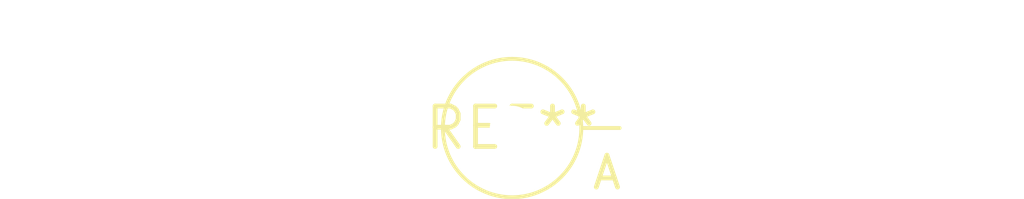
<source format=kicad_pcb>
(kicad_pcb (version 20240108) (generator pcbnew)
  (layers (0 "F.Cu" signal) (31 "B.Cu" signal) (34 "B.Paste" user) (35 "F.Paste" user) (36 "B.SilkS" user "B.Silkscreen") (37 "F.SilkS" user "F.Silkscreen") (38 "B.Mask" user) (39 "F.Mask" user) (44 "Edge.Cuts" user))
  (net 0 "")
  (footprint "D_5W_P5.08mm_Vertical_AnodeUp" (layer "F.Cu") (at 0 0)
    (property "Reference" "REF**")
    (property "Value" "D_5W_P5.08mm_Vertical_AnodeUp")
    (fp_line (start 2.174899 0) (end 3.38 0) (layer "F.SilkS") (stroke (width 0.12)))
    (fp_circle (center 0 0) (end 2.174899 0) (layer "F.SilkS") (stroke (width 0.12)) (fill none))
    (fp_text user "A" (at 2.98 1.4 0) (layer "F.SilkS"))
    (pad "1" thru_hole rect (at 0 0) (size 2.8 2.8) (drill 1.4) (layers *.Cu *.Mask) (remove_unused_layers))
    (pad "2" thru_hole oval (at 5.08 0) (size 2.8 2.8) (drill 1.4) (layers *.Cu *.Mask) (remove_unused_layers))
  )
)
</source>
